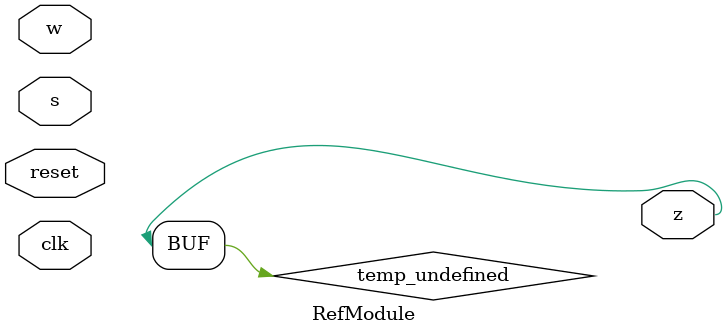
<source format=sv>
module RefModule (
  input clk,
  input reset,
  input s,
  input w,
  output z  // z is now a wire by default
);

  parameter A = 0, B = 1, C = 2, S10 = 3, S11 = 4, S20 = 5, S21 = 6, S22 = 7;
  reg [2:0] state, next;

  // State update block
  always @(posedge clk) begin
    if (reset)
      state <= A;
    else
      state <= next;
  end

  // Combinational logic using Verilog-2001 syntax
  always @(*) begin
    case (state)
      A:    next = s ? B : A;
      B:    next = w ? S11 : S10;
      C:    next = w ? S11 : S10;
      S10:  next = w ? S21 : S20;
      S11:  next = w ? S22 : S21;
      S20:  next = B;
      S21:  next = w ? C  : B;
      S22:  next = w ? B  : C;
      default: next = 3'bxxx;
    endcase
  end

  // Continuous assignment for z
  assign z = temp_undefined;

endmodule

</source>
